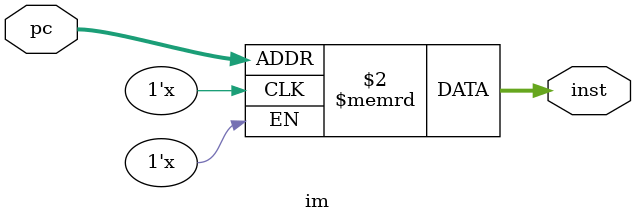
<source format=v>
`timescale 1ns / 1ps

module im(
    input wire[9:0] pc,
    
    output reg[31:0] inst
    );
    
    reg[31:0] im[1023:0];
    
    always @ (pc) begin
        inst <= im[pc];
    end
endmodule

</source>
